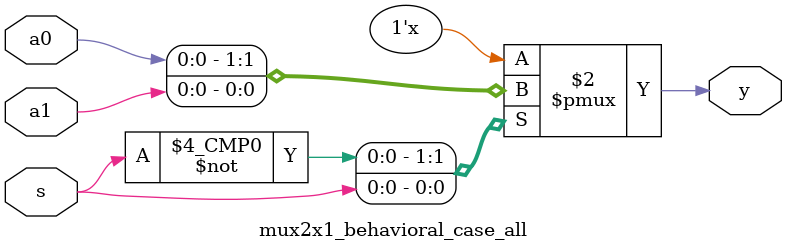
<source format=v>
/************************************************
  The Verilog HDL code example is from the book
  Computer Principles and Design in Verilog HDL
  by Yamin Li, published by A JOHN WILEY & SONS
************************************************/
module mux2x1_behavioral_case_all (a0,a1,s,y);     // multiplexer, all cases
    input  s, a0, a1;                              // inputs
    output y;                                      // output
    reg    y;                                      // y cannot be a wire
    always @ (s or a0 or a1) begin                 // always block
        case (s)                                   // cases:
            1'b0: y = a0;                          // if (s == 0) y = a0;
            1'b1: y = a1;                          // if (s == 1) y = a1;
        endcase
    end
endmodule

</source>
